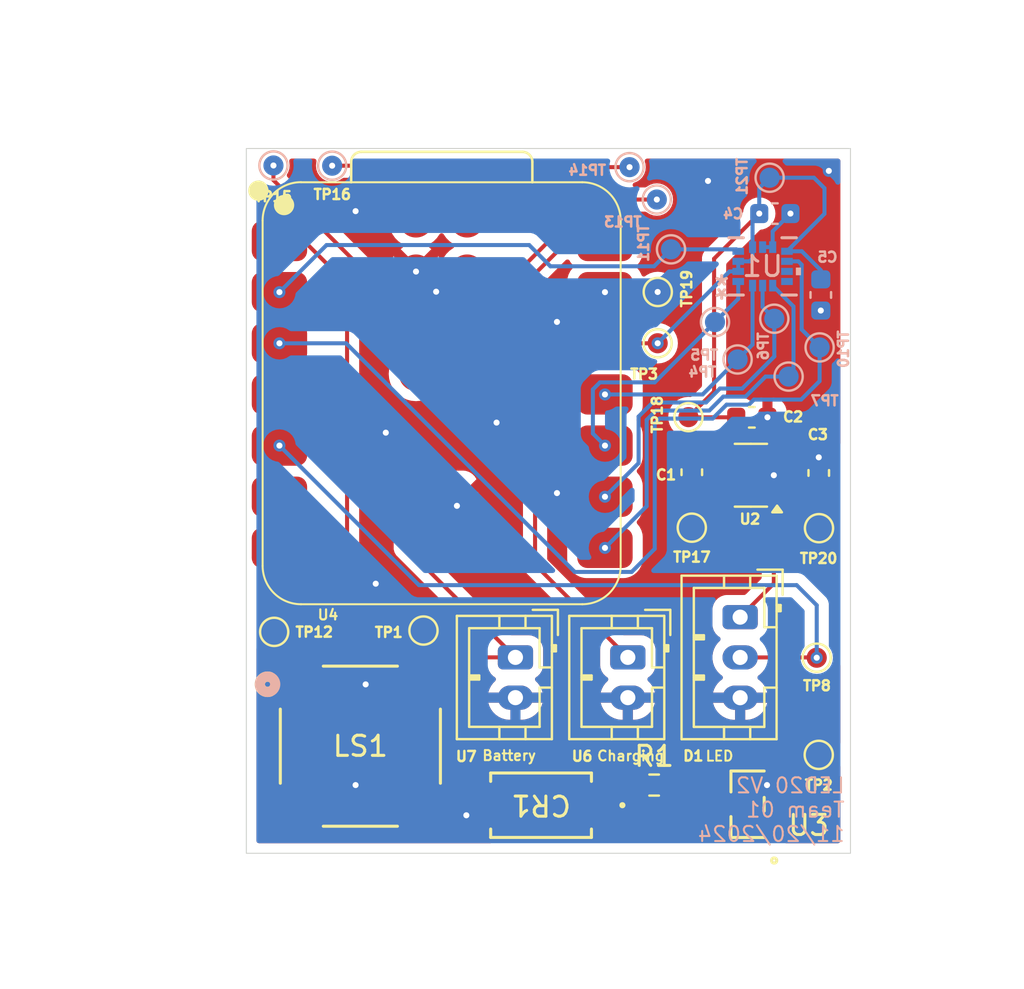
<source format=kicad_pcb>
(kicad_pcb (version 20240108) (generator "pcbnew") (generator_version "8.0")
  (title_block (title "LED20 Updated Schematic") (date "2024-11-12") (rev "2") (company "Team 01") (comment 1 "PCB Layout of LED20 "))
  (layers (0 "F.Cu" signal) (31 "B.Cu" signal) (34 "B.Paste" user) (35 "F.Paste" user) (36 "B.SilkS" user "B.Silkscreen") (37 "F.SilkS" user "F.Silkscreen") (38 "B.Mask" user) (39 "F.Mask" user) (44 "Edge.Cuts" user))
  (net 0 "")
  (net 1 "Net-(U2-C+)")
  (net 2 "Net-(U2-C-)")
  (net 3 "GND")
  (net 4 "3.3V")
  (net 5 "+5V")
  (net 6 "3.3V Data (D4)")
  (net 7 "VBATT")
  (net 8 "Net-(U1-SDA)")
  (net 9 "Net-(U1-SDO{slash}SA0)")
  (net 10 "Net-(U1-SCL)")
  (net 11 "Net-(U1-CS)")
  (net 12 "Net-(U1-INT2)")
  (net 13 "Net-(U1-INT1)")
  (net 14 "unconnected-(TP13-Pad1)")
  (net 15 "unconnected-(TP14-Pad1)")
  (net 16 "unconnected-(TP15-Pad1)")
  (net 17 "unconnected-(TP16-Pad1)")
  (net 21 "+5V IN")
  (net 24 "Net-(U4-LP_GPIO0{slash}GPIO0{slash}A0{slash}D0)")
  (net 25 "Net-(U3-COLLECTOR)")
  (net 26 "Net-(CR1-Pad1)")
  (net 27 "Net-(U3-BASE)")
  (footprint "TestPoint:TestPoint_Pad_D1.0mm" (layer "F.Cu") (at 160.6375 93.45 -90)
    (property "Reference" "TP2" (at 1.5 0 180) (layer "F.SilkS") (effects (font (size 0.5 0.5) (thickness 0.125))))
    (property "Value" "~")
    (pad "1" smd circle (at 0 0 270) (size 1 1) (layers "F.Cu" "F.Mask") (net 3 "GND"))
  )
  (footprint "Led20:ChargePump" (layer "F.Cu") (at 157.268761 79.56416 180)
    (property "Reference" "U2" (at 0.048197 -2.179258 0) (layer "F.SilkS") (effects (font (size 0.5 0.5) (thickness 0.125))))
    (property "Value" "~")
    (pad "1" smd roundrect (at -1.1375 -0.95 180) (size 1.325 0.6) (layers "F.Cu" "F.Paste" "F.Mask") (net 5 "+5V"))
    (pad "2" smd roundrect (at -1.1375 0 180) (size 1.325 0.6) (layers "F.Cu" "F.Paste" "F.Mask") (net 3 "GND"))
    (pad "3" smd roundrect (at -1.1375 0.95 180) (size 1.325 0.6) (layers "F.Cu" "F.Paste" "F.Mask") (net 5 "+5V"))
    (pad "4" smd roundrect (at 1.1375 0.95 180) (size 1.325 0.6) (layers "F.Cu" "F.Paste" "F.Mask") (net 2 "Net-(U2-C-)"))
    (pad "5" smd roundrect (at 1.1375 0 180) (size 1.325 0.6) (layers "F.Cu" "F.Paste" "F.Mask") (net 4 "3.3V"))
    (pad "6" smd roundrect (at 1.1375 -0.95 180) (size 1.325 0.6) (layers "F.Cu" "F.Paste" "F.Mask") (net 1 "Net-(U2-C+)"))
  )
  (footprint "Connector_JST:JST_PH_B2B-PH-K_1x02_P2.00mm_Vertical" (layer "F.Cu") (at 151.155921 88.608331 -90)
    (property "Reference" "U6" (at 4.911581 2.267942 180) (layer "F.SilkS") (effects (font (size 0.5 0.5) (thickness 0.125))))
    (property "Value" "B2B-PH-K-S")
    (pad "1" thru_hole roundrect (at 0 0 270) (size 1.2 1.75) (drill 0.75) (layers "*.Cu" "*.Mask") (roundrect_rratio 0.208333) (net 21 "+5V IN"))
    (pad "2" thru_hole oval (at 2 0 270) (size 1.2 1.75) (drill 0.75) (layers "*.Cu" "*.Mask") (net 3 "GND"))
  )
  (footprint "Connector_JST:JST_PH_B3B-PH-K_1x03_P2.00mm_Vertical" (layer "F.Cu") (at 156.733847 86.611446 -90)
    (property "Reference" "D1" (at 6.893255 2.327503 0) (layer "F.SilkS") (effects (font (size 0.5 0.5) (thickness 0.125))))
    (property "Value" "SK6812MINI")
    (pad "1" thru_hole roundrect (at 0 0 270) (size 1.2 1.75) (drill 0.75) (layers "*.Cu" "*.Mask") (roundrect_rratio 0.208333) (net 5 "+5V"))
    (pad "2" thru_hole oval (at 2 0 270) (size 1.2 1.75) (drill 0.75) (layers "*.Cu" "*.Mask") (net 6 "3.3V Data (D4)"))
    (pad "3" thru_hole oval (at 4 0 270) (size 1.2 1.75) (drill 0.75) (layers "*.Cu" "*.Mask") (net 3 "GND"))
  )
  (footprint "Capacitor_SMD:C_0603_1608Metric" (layer "F.Cu") (at 160.6375 79.45 -90)
    (property "Reference" "C3" (at -1.903419 0.044805 0) (layer "F.SilkS") (effects (font (size 0.5 0.5) (thickness 0.125))))
    (property "Value" "10u")
    (pad "1" smd roundrect (at -0.775 0 270) (size 0.9 0.95) (layers "F.Cu" "F.Paste" "F.Mask") (net 3 "GND"))
    (pad "2" smd roundrect (at 0.775 0 270) (size 0.9 0.95) (layers "F.Cu" "F.Paste" "F.Mask") (net 5 "+5V"))
  )
  (footprint "TestPoint:TestPoint_Pad_D1.0mm" (layer "F.Cu") (at 160.536654 88.625189)
    (property "Reference" "TP8" (at 0.012265 1.392674 0) (layer "F.SilkS") (effects (font (size 0.5 0.5) (thickness 0.125))))
    (property "Value" "~")
    (pad "1" smd circle (at 0 0) (size 1 1) (layers "F.Cu" "F.Mask") (net 6 "3.3V Data (D4)"))
  )
  (footprint "Footprints:SMA_403AE_OSI" (layer "F.Cu") (at 146.8473 95.95 180)
    (property "Reference" "CR1" (at 0 0 180) (layer "F.SilkS"))
    (property "Value" "S1B")
    (pad "1" smd rect (at -2.2098 0 180) (size 1.8796 1.7018) (layers "F.Cu" "F.Paste" "F.Mask") (net 26 "Net-(CR1-Pad1)"))
    (pad "2" smd rect (at 2.2098 0 180) (size 1.8796 1.7018) (layers "F.Cu" "F.Paste" "F.Mask") (net 25 "Net-(U3-COLLECTOR)"))
    (zone (net 0) (net_name "") (layer "F.Cu") (connect_pads (clearance 0)) (min_thickness 0.254)
      (keepout (tracks not_allowed) (vias not_allowed) (pads allowed) (copperpour not_allowed) (footprints allowed))
      (fill (thermal_gap 0.508) (thermal_bridge_width 0.508))
      (polygon (pts (xy 148.0665 97.3724) (xy 145.6281 97.3724) (xy 145.6281 94.5276) (xy 148.0665 94.5276)))
    )
  )
  (footprint "Led20:XIAO-ESP32-C6-SMD" (layer "F.Cu") (at 142.1375 75.53)
    (property "Reference" "U4" (at -6.44196 11.261619 0) (layer "F.SilkS") (effects (font (size 0.5 0.5) (thickness 0.10668)) (justify left bottom)))
    (property "Value" "~")
    (pad "1" smd roundrect (at -8.2816 -7.5985) (size 2.75 2) (layers "F.Cu" "F.Paste" "F.Mask") (net 24 "Net-(U4-LP_GPIO0{slash}GPIO0{slash}A0{slash}D0)"))
    (pad "2" smd roundrect (at -8.2816 -5.0585) (size 2.75 2) (layers "F.Cu" "F.Paste" "F.Mask") (net 13 "Net-(U1-INT1)"))
    (pad "3" smd roundrect (at -8.2816 -2.5185) (size 2.75 2) (layers "F.Cu" "F.Paste" "F.Mask") (net 12 "Net-(U1-INT2)"))
    (pad "4" smd roundrect (at -8.2816 0.0215) (size 2.75 2) (layers "F.Cu" "F.Paste" "F.Mask"))
    (pad "5" smd roundrect (at -8.2816 2.5615) (size 2.75 2) (layers "F.Cu" "F.Paste" "F.Mask") (net 6 "3.3V Data (D4)"))
    (pad "6" smd roundrect (at -8.2816 5.1015) (size 2.75 2) (layers "F.Cu" "F.Paste" "F.Mask"))
    (pad "7" smd roundrect (at -8.2816 7.6415) (size 2.75 2) (layers "F.Cu" "F.Paste" "F.Mask"))
    (pad "8" smd roundrect (at 7.8834 7.6415) (size 2.75 2) (layers "F.Cu" "F.Paste" "F.Mask") (net 11 "Net-(U1-CS)"))
    (pad "9" smd roundrect (at 7.8834 5.1015) (size 2.75 2) (layers "F.Cu" "F.Paste" "F.Mask") (net 10 "Net-(U1-SCL)"))
    (pad "10" smd roundrect (at 7.8834 2.5615) (size 2.75 2) (layers "F.Cu" "F.Paste" "F.Mask") (net 9 "Net-(U1-SDO{slash}SA0)"))
    (pad "11" smd roundrect (at 7.8834 0.0215) (size 2.75 2) (layers "F.Cu" "F.Paste" "F.Mask") (net 8 "Net-(U1-SDA)"))
    (pad "12" smd roundrect (at 7.8834 -2.5185) (size 2.75 2) (layers "F.Cu" "F.Paste" "F.Mask") (net 4 "3.3V"))
    (pad "13" smd roundrect (at 7.8834 -5.0585) (size 2.75 2) (layers "F.Cu" "F.Paste" "F.Mask") (net 3 "GND"))
    (pad "14" smd roundrect (at 7.8834 -7.5985) (size 2.75 2) (layers "F.Cu" "F.Paste" "F.Mask") (net 21 "+5V IN"))
    (pad "15" smd roundrect (at -2.008 5.5532 270) (size 2.5 1.1) (layers "F.Cu" "F.Paste" "F.Mask") (net 7 "VBATT"))
    (pad "16" smd roundrect (at 0.532 5.5532 270) (size 2.5 1.1) (layers "F.Cu" "F.Paste" "F.Mask") (net 3 "GND"))
    (pad "17" smd circle (at -1.5 -8.62) (size 1.7 1.7) (layers "F.Cu" "F.Paste" "F.Mask") (net 17 "unconnected-(TP16-Pad1)"))
    (pad "18" smd circle (at 1.04 -8.62) (size 1.7 1.7) (layers "F.Cu" "F.Paste" "F.Mask") (net 15 "unconnected-(TP14-Pad1)"))
    (pad "19" smd circle (at -1.5 -6.08) (size 1.7 1.7) (layers "F.Cu" "F.Paste" "F.Mask") (net 3 "GND"))
    (pad "20" smd circle (at 1.04 -6.08) (size 1.7 1.7) (layers "F.Cu" "F.Paste" "F.Mask"))
    (pad "21" smd circle (at -1.5 -3.54) (size 1.7 1.7) (layers "F.Cu" "F.Paste" "F.Mask") (net 16 "unconnected-(TP15-Pad1)"))
    (pad "22" smd circle (at 1.04 -3.54) (size 1.7 1.7) (layers "F.Cu" "F.Paste" "F.Mask") (net 14 "unconnected-(TP13-Pad1)"))
    (pad "23" smd circle (at -1.5 -1) (size 1.7 1.7) (layers "F.Cu" "F.Paste" "F.Mask"))
    (pad "24" smd circle (at 0.9474 -1.0568) (size 1.7 1.7) (layers "F.Cu" "F.Paste" "F.Mask"))
  )
  (footprint "TestPoint:TestPoint_Pad_D1.0mm" (layer "F.Cu") (at 154.166059 76.678665 180)
    (property "Reference" "TP18" (at 1.54972 0.123129 -90) (layer "F.SilkS") (effects (font (size 0.5 0.5) (thickness 0.125))))
    (property "Value" "~")
    (pad "1" smd circle (at 0 0 180) (size 1 1) (layers "F.Cu" "F.Mask") (net 4 "3.3V"))
  )
  (footprint "Capacitor_SMD:C_0603_1608Metric" (layer "F.Cu") (at 154.333037 79.414265 90)
    (property "Reference" "C1" (at -0.134148 -1.277947 180) (layer "F.SilkS") (effects (font (size 0.5 0.5) (thickness 0.125))))
    (property "Value" "1u")
    (pad "1" smd roundrect (at -0.775 0 90) (size 0.9 0.95) (layers "F.Cu" "F.Paste" "F.Mask") (net 1 "Net-(U2-C+)"))
    (pad "2" smd roundrect (at 0.775 0 90) (size 0.9 0.95) (layers "F.Cu" "F.Paste" "F.Mask") (net 2 "Net-(U2-C-)"))
  )
  (footprint "TestPoint:TestPoint_Pad_D1.0mm" (layer "F.Cu") (at 141.008275 87.276212 180)
    (property "Reference" "TP1" (at 1.722719 -0.091634 180) (layer "F.SilkS") (effects (font (size 0.5 0.5) (thickness 0.125))))
    (property "Value" "~")
    (pad "1" smd circle (at 0 0 180) (size 1 1) (layers "F.Cu" "F.Mask") (net 7 "VBATT"))
  )
  (footprint "Capacitor_SMD:C_0603_1608Metric" (layer "F.Cu") (at 157.314568 76.686639)
    (property "Reference" "C2" (at 2.050231 -0.019744 0) (layer "F.SilkS") (effects (font (size 0.5 0.5) (thickness 0.125))))
    (property "Value" "10u")
    (pad "1" smd roundrect (at -0.775 0) (size 0.9 0.95) (layers "F.Cu" "F.Paste" "F.Mask") (net 4 "3.3V"))
    (pad "2" smd roundrect (at 0.775 0) (size 0.9 0.95) (layers "F.Cu" "F.Paste" "F.Mask") (net 3 "GND"))
  )
  (footprint "TestPoint:TestPoint_Pad_D1.0mm" (layer "F.Cu") (at 154.333075 82.169007 180)
    (property "Reference" "TP17" (at -0.00489 -1.460173 0) (layer "F.SilkS") (effects (font (size 0.5 0.5) (thickness 0.125))))
    (property "Value" "~")
    (pad "1" smd circle (at 0 0 180) (size 1 1) (layers "F.Cu" "F.Mask") (net 1 "Net-(U2-C+)"))
  )
  (footprint "TestPoint:TestPoint_Pad_D1.0mm" (layer "F.Cu") (at 160.649673 82.192994 180)
    (property "Reference" "TP20" (at 0.018327 -1.502797 0) (layer "F.SilkS") (effects (font (size 0.5 0.5) (thickness 0.125))))
    (property "Value" "~")
    (pad "1" smd circle (at 0 0 180) (size 1 1) (layers "F.Cu" "F.Mask") (net 5 "+5V"))
  )
  (footprint "TestPoint:TestPoint_Pad_D1.0mm" (layer "F.Cu") (at 152.63835 73.009731)
    (property "Reference" "TP3" (at -0.673172 1.533258 0) (layer "F.SilkS") (effects (font (size 0.5 0.5) (thickness 0.125))))
    (property "Value" "~")
    (pad "1" smd circle (at 0 0) (size 1 1) (layers "F.Cu" "F.Mask") (net 4 "3.3V"))
  )
  (footprint "TestPoint:TestPoint_Pad_D1.0mm" (layer "F.Cu") (at 152.643559 70.463206)
    (property "Reference" "TP19" (at 1.436001 -0.164977 90) (layer "F.SilkS") (effects (font (size 0.5 0.5) (thickness 0.125))))
    (property "Value" "~")
    (pad "1" smd circle (at 0 0) (size 1 1) (layers "F.Cu" "F.Mask") (net 3 "GND"))
  )
  (footprint "TestPoint:TestPoint_Pad_D1.0mm" (layer "F.Cu") (at 133.594062 87.34175)
    (property "Reference" "TP12" (at 1.991518 0.011891 0) (layer "F.SilkS") (effects (font (size 0.5 0.5) (thickness 0.125))))
    (property "Value" "~")
    (pad "1" smd circle (at 0 0) (size 1 1) (layers "F.Cu" "F.Mask") (net 24 "Net-(U4-LP_GPIO0{slash}GPIO0{slash}A0{slash}D0)"))
  )
  (footprint "Led20:CMT-7525-80-SMT-TR_CUD" (layer "F.Cu") (at 137.874055 93.018829)
    (property "Reference" "LS1" (at 0 0 0) (layer "F.SilkS"))
    (property "Value" "CMT-7525-80-SMT-TR")
    (pad "1" smd rect (at -3.075 -3.075) (size 1.8034 1.8034) (layers "F.Cu" "F.Paste" "F.Mask") (net 26 "Net-(CR1-Pad1)"))
    (pad "2" smd rect (at -3.075 3.075) (size 1.8034 1.8034) (layers "F.Cu" "F.Paste" "F.Mask") (net 25 "Net-(U3-COLLECTOR)"))
    (pad "3" smd rect (at 3.075 -3.075) (size 1.8034 1.8034) (layers "F.Cu" "F.Paste" "F.Mask"))
    (pad "4" smd rect (at 3.075 3.075) (size 1.8034 1.8034) (layers "F.Cu" "F.Paste" "F.Mask"))
  )
  (footprint "Connector_JST:JST_PH_B2B-PH-K_1x02_P2.00mm_Vertical" (layer "F.Cu") (at 145.575412 88.608331 -90)
    (property "Reference" "U7" (at 4.921934 2.442242 180) (layer "F.SilkS") (effects (font (size 0.5 0.5) (thickness 0.125))))
    (property "Value" "B2B-PH-K-S")
    (pad "1" thru_hole roundrect (at 0 0 270) (size 1.2 1.75) (drill 0.75) (layers "*.Cu" "*.Mask") (roundrect_rratio 0.208333) (net 7 "VBATT"))
    (pad "2" thru_hole oval (at 2 0 270) (size 1.2 1.75) (drill 0.75) (layers "*.Cu" "*.Mask") (net 3 "GND"))
  )
  (footprint "Resistor_SMD:R_0603_1608Metric" (layer "F.Cu") (at 152.4625 94.95)
    (property "Reference" "R1" (at 0 -1.43 360) (layer "F.SilkS"))
    (property "Value" "180")
    (pad "1" smd roundrect (at -0.825 0) (size 0.8 0.95) (layers "F.Cu" "F.Paste" "F.Mask") (net 24 "Net-(U4-LP_GPIO0{slash}GPIO0{slash}A0{slash}D0)"))
    (pad "2" smd roundrect (at 0.825 0) (size 0.8 0.95) (layers "F.Cu" "F.Paste" "F.Mask") (net 27 "Net-(U3-BASE)"))
  )
  (footprint "Footprints:SOT-23_ONS" (layer "F.Cu") (at 157.1027 95.9025 90)
    (property "Reference" "U3" (at -1.0475 3.0348 0) (layer "F.SilkS"))
    (property "Value" "MMBT4401LT1G")
    (pad "1" smd rect (at -0.9525 0.9652 90) (size 0.5588 1.4224) (layers "F.Cu" "F.Paste" "F.Mask") (net 27 "Net-(U3-BASE)"))
    (pad "2" smd rect (at 0.9525 0.9652 90) (size 0.5588 1.4224) (layers "F.Cu" "F.Paste" "F.Mask") (net 3 "GND"))
    (pad "3" smd rect (at 0 -0.9652 90) (size 0.5588 1.4224) (layers "F.Cu" "F.Paste" "F.Mask") (net 25 "Net-(U3-COLLECTOR)"))
  )
  (footprint "TestPoint:TestPoint_Pad_D1.0mm" (layer "B.Cu") (at 160.680206 73.216858 90)
    (property "Reference" "TP10" (at -0.086966 1.182134 -90) (layer "B.SilkS") (effects (font (size 0.5 0.5) (thickness 0.125) (bold yes)) (justify mirror)))
    (property "Value" "~")
    (pad "1" smd circle (at 0 0 90) (size 1 1) (layers "B.Cu" "B.Mask") (net 12 "Net-(U1-INT2)"))
  )
  (footprint "TestPoint:TestPoint_Pad_D1.0mm" (layer "B.Cu") (at 158.197657 64.789736 90)
    (property "Reference" "TP21" (at 0.059732 -1.366591 90) (layer "B.SilkS") (effects (font (size 0.5 0.5) (thickness 0.125) (bold yes)) (justify mirror)))
    (property "Value" "~")
    (pad "1" smd circle (at 0 0 90) (size 1 1) (layers "B.Cu" "B.Mask") (net 4 "3.3V"))
  )
  (footprint "TestPoint:TestPoint_Pad_D1.0mm" (layer "B.Cu") (at 133.558215 64.181695)
    (property "Reference" "TP15" (at -0.006781 1.547978 0) (layer "F.SilkS") (effects (font (size 0.5 0.5) (thickness 0.125))))
    (property "Value" "~")
    (pad "1" smd circle (at 0 0) (size 1 1) (layers "B.Cu" "B.Mask") (net 16 "unconnected-(TP15-Pad1)"))
  )
  (footprint "TestPoint:TestPoint_Pad_D1.0mm" (layer "B.Cu") (at 136.473277 64.192789)
    (property "Reference" "TP16" (at 0.007435 1.428574 0) (layer "F.SilkS") (effects (font (size 0.5 0.5) (thickness 0.125))))
    (property "Value" "~")
    (pad "1" smd circle (at 0 0) (size 1 1) (layers "B.Cu" "B.Mask") (net 17 "unconnected-(TP16-Pad1)"))
  )
  (footprint "Capacitor_SMD:C_0603_1608Metric" (layer "B.Cu") (at 160.738972 70.610715 90)
    (property "Reference" "C5" (at 1.876373 0.329206 180) (layer "B.SilkS") (effects (font (size 0.5 0.5) (thickness 0.125)) (justify mirror)))
    (property "Value" "100n")
    (pad "1" smd roundrect (at -0.775 0 90) (size 0.9 0.95) (layers "B.Cu" "B.Paste" "B.Mask") (net 3 "GND"))
    (pad "2" smd roundrect (at 0.775 0 90) (size 0.9 0.95) (layers "B.Cu" "B.Paste" "B.Mask") (net 4 "3.3V"))
  )
  (footprint "Led20:LGA-14L_2P5X3X0P83_STM-L" (layer "B.Cu") (at 157.849653 69.192352)
    (property "Reference" "U1" (at 0 0 0) (layer "B.SilkS") (effects (justify mirror)))
    (property "Value" "~")
    (fp_text user "*" (at -2.032 1 0) (layer "B.SilkS") (effects (justify mirror)))
    (fp_text user "*" (at -2.032 1.0437 180) (layer "B.SilkS") (effects (justify mirror)))
    (pad "1" smd rect (at -1.2103 0.750001 270) (size 0.351536 0.57658) (layers "B.Cu" "B.Paste" "B.Mask") (net 9 "Net-(U1-SDO{slash}SA0)"))
    (pad "2" smd rect (at -1.2103 0.25 270) (size 0.351536 0.57658) (layers "B.Cu" "B.Paste" "B.Mask") (net 4 "3.3V"))
    (pad "3" smd rect (at -1.2103 -0.25 270) (size 0.351536 0.57658) (layers "B.Cu" "B.Paste" "B.Mask") (net 4 "3.3V"))
    (pad "4" smd rect (at -1.2103 -0.750001 270) (size 0.351536 0.57658) (layers "B.Cu" "B.Paste" "B.Mask") (net 13 "Net-(U1-INT1)"))
    (pad "5" smd rect (at -0.499999 -0.9563) (size 0.351536 0.57658) (layers "B.Cu" "B.Paste" "B.Mask") (net 4 "3.3V"))
    (pad "6" smd rect (at 0 -0.9563) (size 0.351536 0.57658) (layers "B.Cu" "B.Paste" "B.Mask") (net 3 "GND"))
    (pad "7" smd rect (at 0.499999 -0.9563) (size 0.351536 0.57658) (layers "B.Cu" "B.Paste" "B.Mask") (net 3 "GND"))
    (pad "8" smd rect (at 1.2103 -0.750001 270) (size 0.351536 0.57658) (layers "B.Cu" "B.Paste" "B.Mask") (net 4 "3.3V"))
    (pad "9" smd rect (at 1.2103 -0.25 270) (size 0.351536 0.57658) (layers "B.Cu" "B.Paste" "B.Mask") (net 12 "Net-(U1-INT2)"))
    (pad "10" smd rect (at 1.2103 0.25 270) (size 0.351536 0.57658) (layers "B.Cu" "B.Paste" "B.Mask"))
    (pad "11" smd rect (at 1.2103 0.750001 270) (size 0.351536 0.57658) (layers "B.Cu" "B.Paste" "B.Mask"))
    (pad "12" smd rect (at 0.499999 0.9563) (size 0.351536 0.57658) (layers "B.Cu" "B.Paste" "B.Mask") (net 11 "Net-(U1-CS)"))
    (pad "13" smd rect (at 0 0.9563) (size 0.351536 0.57658) (layers "B.Cu" "B.Paste" "B.Mask") (net 10 "Net-(U1-SCL)"))
    (pad "14" smd rect (at -0.499999 0.9563) (size 0.351536 0.57658) (layers "B.Cu" "B.Paste" "B.Mask") (net 8 "Net-(U1-SDA)"))
  )
  (footprint "TestPoint:TestPoint_Pad_D1.0mm" (layer "B.Cu") (at 159.140756 74.664675 -90)
    (property "Reference" "TP7" (at 1.203628 -1.789971 180) (layer "B.SilkS") (effects (font (size 0.5 0.5) (thickness 0.125) (bold yes)) (justify mirror)))
    (property "Value" "~")
    (pad "1" smd circle (at 0 0 270) (size 1 1) (layers "B.Cu" "B.Mask") (net 11 "Net-(U1-CS)"))
  )
  (footprint "TestPoint:TestPoint_Pad_D1.0mm" (layer "B.Cu") (at 152.5961 65.872827 180)
    (property "Reference" "TP13" (at 1.691163 -1.114361 0) (layer "B.SilkS") (effects (font (size 0.5 0.5) (thickness 0.125)) (justify mirror)))
    (property "Value" "~")
    (pad "1" smd circle (at 0 0 180) (size 1 1) (layers "B.Cu" "B.Mask") (net 14 "unconnected-(TP13-Pad1)"))
  )
  (footprint "TestPoint:TestPoint_Pad_D1.0mm" (layer "B.Cu") (at 151.241689 64.264802 180)
    (property "Reference" "TP14" (at 2.100344 -0.153276 0) (layer "B.SilkS") (effects (font (size 0.5 0.5) (thickness 0.125)) (justify mirror)))
    (property "Value" "~")
    (pad "1" smd circle (at 0 0 180) (size 1 1) (layers "B.Cu" "B.Mask") (net 15 "unconnected-(TP14-Pad1)"))
  )
  (footprint "TestPoint:TestPoint_Pad_D1.0mm" (layer "B.Cu") (at 156.608313 73.814663 -90)
    (property "Reference" "TP4" (at 0.625422 1.74681 180) (layer "B.SilkS") (effects (font (size 0.5 0.5) (thickness 0.125) (bold yes)) (justify mirror)))
    (property "Value" "~")
    (pad "1" smd circle (at 0 0 270) (size 1 1) (layers "B.Cu" "B.Mask") (net 8 "Net-(U1-SDA)"))
  )
  (footprint "TestPoint:TestPoint_Pad_D1.0mm" (layer "B.Cu") (at 158.430138 71.791608 -90)
    (property "Reference" "TP6" (at 1.369929 0.546241 90) (layer "B.SilkS") (effects (font (size 0.5 0.5) (thickness 0.125) (bold yes)) (justify mirror)))
    (property "Value" "~")
    (pad "1" smd circle (at 0 0 270) (size 1 1) (layers "B.Cu" "B.Mask") (net 10 "Net-(U1-SCL)"))
  )
  (footprint "TestPoint:TestPoint_Pad_D1.0mm" (layer "B.Cu") (at 153.301137 68.346097 -90)
    (property "Reference" "TP11" (at -0.309446 1.362758 90) (layer "B.SilkS") (effects (font (size 0.5 0.5) (thickness 0.125) (bold yes)) (justify mirror)))
    (property "Value" "~")
    (pad "1" smd circle (at 0 0 270) (size 1 1) (layers "B.Cu" "B.Mask") (net 13 "Net-(U1-INT1)"))
  )
  (footprint "TestPoint:TestPoint_Pad_D1.0mm" (layer "B.Cu") (at 155.484764 71.9583 -90)
    (property "Reference" "TP5" (at 1.638752 0.537736 180) (layer "B.SilkS") (effects (font (size 0.5 0.5) (thickness 0.125) (bold yes)) (justify mirror)))
    (property "Value" "~")
    (pad "1" smd circle (at 0 0 270) (size 1 1) (layers "B.Cu" "B.Mask") (net 9 "Net-(U1-SDO{slash}SA0)"))
  )
  (footprint "Capacitor_SMD:C_0603_1608Metric" (layer "B.Cu") (at 158.4571 66.569471 180)
    (property "Reference" "C4" (at 2.068364 -0.014527 0) (layer "B.SilkS") (effects (font (size 0.5 0.5) (thickness 0.125) (bold yes)) (justify mirror)))
    (property "Value" "100n")
    (pad "1" smd roundrect (at -0.775 0 180) (size 0.9 0.95) (layers "B.Cu" "B.Paste" "B.Mask") (net 3 "GND"))
    (pad "2" smd roundrect (at 0.775 0 180) (size 0.9 0.95) (layers "B.Cu" "B.Paste" "B.Mask") (net 4 "3.3V"))
  )
  (gr_rect (start 132.212322 63.338382) (end 162.212322 98.338382) (stroke (width 0.05)) (fill none) (layer "Edge.Cuts"))
  (gr_text "LED20 V2\nTeam 01\n11/20/2024" (at 161.985531 97.825183 0) (layer "B.SilkS") (effects (font (size 0.75 0.75) (thickness 0.1)) (justify left bottom mirror)))
  (gr_text "LED\n" (at 154.964936 93.802967 0) (layer "F.SilkS") (effects (font (size 0.5 0.5) (thickness 0.1)) (justify left bottom)))
  (gr_text "Battery\n" (at 143.875406 93.777677 0) (layer "F.SilkS") (effects (font (size 0.5 0.5) (thickness 0.1)) (justify left bottom)))
  (gr_text "Charging\n" (at 149.575234 93.794814 0) (layer "F.SilkS") (effects (font (size 0.5 0.5) (thickness 0.1)) (justify left bottom)))
  (segment (start 154.348199 80.204427) (end 154.333037 80.189265) (width 0.2) (layer "F.Cu") (net 1))
  (segment (start 154.333037 82.168969) (end 154.333075 82.169007) (width 0.2) (layer "F.Cu") (net 1))
  (segment (start 154.333037 80.189265) (end 154.657932 80.51416) (width 0.2) (layer "F.Cu") (net 1))
  (segment (start 154.333037 80.189265) (end 154.333037 82.168969) (width 0.2) (layer "F.Cu") (net 1))
  (segment (start 154.657932 80.51416) (end 156.131261 80.51416) (width 0.2) (layer "F.Cu") (net 1))
  (segment (start 154.571604 78.626906) (end 154.559245 78.639265) (width 0.2) (layer "F.Cu") (net 2))
  (segment (start 154.333037 78.639265) (end 154.559245 78.639265) (width 0.2) (layer "F.Cu") (net 2))
  (segment (start 154.333037 78.639265) (end 156.106156 78.639265) (width 0.2) (layer "F.Cu") (net 2))
  (segment (start 154.335742 78.63656) (end 154.333037 78.639265) (width 0.2) (layer "F.Cu") (net 2))
  (segment (start 156.106156 78.639265) (end 156.131261 78.61416) (width 0.2) (layer "F.Cu") (net 2))
  (segment (start 158.0679 94.95) (end 159.1375 94.95) (width 0.2) (layer "F.Cu") (net 3))
  (segment (start 150.0209 70.4715) (end 152.635265 70.4715) (width 0.2) (layer "F.Cu") (net 3))
  (segment (start 152.635265 70.4715) (end 152.643559 70.463206) (width 0.2) (layer "F.Cu") (net 3))
  (segment (start 159.1375 94.95) (end 160.6375 93.45) (width 0.2) (layer "F.Cu") (net 3))
  (via (at 160.6375 78.675) (size 0.6) (drill 0.3) (layers "F.Cu" "B.Cu") (net 3))
  (via (at 161.1375 64.45) (size 0.6) (drill 0.3) (layers "F.Cu" "B.Cu") (net 3))
  (via (at 155.1375 64.95) (size 0.6) (drill 0.3) (layers "F.Cu" "B.Cu") (net 3))
  (via (at 140.6375 69.45) (size 0.6) (drill 0.3) (layers "F.Cu" "B.Cu") (net 3))
  (via (at 147.6375 80.45) (size 0.6) (drill 0.3) (layers "F.Cu" "B.Cu") (net 3))
  (via (at 150.0209 70.4715) (size 0.6) (drill 0.3) (layers "F.Cu" "B.Cu") (net 3))
  (via (at 137.6375 66.45) (size 0.6) (drill 0.3) (layers "F.Cu" "B.Cu") (net 3))
  (via (at 152.6375 70.463206) (size 0.6) (drill 0.3) (layers "F.Cu" "B.Cu") (net 3))
  (via (at 138.1375 89.95) (size 0.6) (drill 0.3) (layers "F.Cu" "B.Cu") (net 3))
  (via (at 147.6375 71.95) (size 0.6) (drill 0.3) (layers "F.Cu" "B.Cu") (net 3))
  (via (at 158.406261 79.56416) (size 0.6) (drill 0.3) (layers "F.Cu" "B.Cu") (net 3))
  (via (at 160.738972 71.385715) (size 0.6) (drill 0.3) (layers "F.Cu" "B.Cu") (net 3))
  (via (at 139.1375 77.45) (size 0.6) (drill 0.3) (layers "F.Cu" "B.Cu") (net 3))
  (via (at 158.089568 76.686639) (size 0.6) (drill 0.3) (layers "F.Cu" "B.Cu") (net 3))
  (via (at 143.1375 96.45) (size 0.6) (drill 0.3) (layers "F.Cu" "B.Cu") (net 3))
  (via (at 137.6375 94.95) (size 0.6) (drill 0.3) (layers "F.Cu" "B.Cu") (net 3))
  (via (at 144.6375 76.95) (size 0.6) (drill 0.3) (layers "F.Cu" "B.Cu") (net 3))
  (via (at 142.6695 81.0832) (size 0.6) (drill 0.3) (layers "F.Cu" "B.Cu") (net 3))
  (via (at 141.6375 70.45) (size 0.6) (drill 0.3) (layers "F.Cu" "B.Cu") (net 3))
  (via (at 159.2321 66.569471) (size 0.6) (drill 0.3) (layers "F.Cu" "B.Cu") (net 3))
  (via (at 138.6375 84.95) (size 0.6) (drill 0.3) (layers "F.Cu" "B.Cu") (net 3))
  (via (at 158.0679 94.95) (size 0.6) (drill 0.3) (layers "F.Cu" "B.Cu") (net 3))
  (segment (start 157.849653 68.236052) (end 158.349652 68.236052) (width 0.2) (layer "B.Cu") (net 3))
  (segment (start 158.349652 68.236052) (end 158.349652 67.451919) (width 0.2) (layer "B.Cu") (net 3))
  (segment (start 158.349652 67.451919) (end 159.2321 66.569471) (width 0.2) (layer "B.Cu") (net 3))
  (segment (start 155.440326 75.404398) (end 155.440326 68.811245) (width 0.2) (layer "F.Cu") (net 4))
  (segment (start 156.539568 76.686639) (end 154.174033 76.686639) (width 0.2) (layer "F.Cu") (net 4))
  (segment (start 156.539568 76.686639) (end 157.098347 77.245418) (width 0.2) (layer "F.Cu") (net 4))
  (segment (start 150.0209 73.0115) (end 152.636581 73.0115) (width 0.2) (layer "F.Cu") (net 4))
  (segment (start 154.166059 76.678665) (end 155.440326 75.404398) (width 0.2) (layer "F.Cu") (net 4))
  (segment (start 156.539568 76.686639) (end 156.488099 76.738108) (width 0.2) (layer "F.Cu") (net 4))
  (segment (start 154.174033 76.686639) (end 154.166059 76.678665) (width 0.2) (layer "F.Cu") (net 4))
  (segment (start 152.636581 73.0115) (end 152.63835 73.009731) (width 0.2) (layer "F.Cu") (net 4))
  (segment (start 152.51935 73.128731) (end 152.63835 73.009731) (width 0.2) (layer "F.Cu") (net 4))
  (segment (start 157.098347 79.259573) (end 156.79376 79.56416) (width 0.2) (layer "F.Cu") (net 4))
  (segment (start 155.440326 68.811245) (end 157.6821 66.569471) (width 0.2) (layer "F.Cu") (net 4))
  (segment (start 157.098347 77.245418) (end 157.098347 79.259573) (width 0.2) (layer "F.Cu") (net 4))
  (segment (start 156.79376 79.56416) (end 156.131261 79.56416) (width 0.2) (layer "F.Cu") (net 4))
  (via (at 157.6821 66.569471) (size 0.6) (drill 0.3) (layers "F.Cu" "B.Cu") (net 4))
  (via (at 152.63835 73.009731) (size 0.6) (drill 0.3) (layers "F.Cu" "B.Cu") (net 4))
  (segment (start 157.6821 66.569471) (end 157.6821 65.305293) (width 0.2) (layer "B.Cu") (net 4))
  (segment (start 160.738972 69.385715) (end 160.738972 69.835715) (width 0.2) (layer "B.Cu") (net 4))
  (segment (start 157.349654 67.521938) (end 157.349654 66.901917) (width 0.2) (layer "B.Cu") (net 4))
  (segment (start 156.205729 69.442352) (end 152.63835 73.009731) (width 0.2) (layer "B.Cu") (net 4))
  (segment (start 157.349654 68.236052) (end 157.349654 68.800111) (width 0.2) (layer "B.Cu") (net 4))
  (segment (start 160.922017 65.312266) (end 160.399487 64.789736) (width 0.2) (layer "B.Cu") (net 4))
  (segment (start 160.399487 64.789736) (end 158.197657 64.789736) (width 0.2) (layer "B.Cu") (net 4))
  (segment (start 159.795608 68.442351) (end 160.738972 69.385715) (width 0.2) (layer "B.Cu") (net 4))
  (segment (start 156.639353 69.442352) (end 156.205729 69.442352) (width 0.2) (layer "B.Cu") (net 4))
  (segment (start 157.207413 68.942352) (end 156.639353 68.942352) (width 0.2) (layer "B.Cu") (net 4))
  (segment (start 157.349654 68.800111) (end 157.207413 68.942352) (width 0.2) (layer "B.Cu") (net 4))
  (segment (start 159.059953 68.442351) (end 160.922017 66.580287) (width 0.2) (layer "B.Cu") (net 4))
  (segment (start 157.6821 65.305293) (end 158.197657 64.789736) (width 0.2) (layer "B.Cu") (net 4))
  (segment (start 156.639353 68.942352) (end 156.639353 69.442352) (width 0.2) (layer "B.Cu") (net 4))
  (segment (start 157.349654 68.236052) (end 157.349654 67.521938) (width 0.2) (layer "B.Cu") (net 4))
  (segment (start 157.349654 66.901917) (end 157.6821 66.569471) (width 0.2) (layer "B.Cu") (net 4))
  (segment (start 160.922017 66.580287) (end 160.922017 65.312266) (width 0.2) (layer "B.Cu") (net 4))
  (segment (start 159.059953 68.442351) (end 159.795608 68.442351) (width 0.2) (layer "B.Cu") (net 4))
  (segment (start 158.406261 80.51416) (end 158.406261 84.939032) (width 0.2) (layer "F.Cu") (net 5))
  (segment (start 158.406261 78.61416) (end 159.06876 78.61416) (width 0.2) (layer "F.Cu") (net 5))
  (segment (start 159.368761 80.214159) (end 159.06876 80.51416) (width 0.2) (layer "F.Cu") (net 5))
  (segment (start 159.368761 78.914161) (end 159.368761 80.214159) (width 0.2) (layer "F.Cu") (net 5))
  (segment (start 160.354244 80.179654) (end 160.445218 80.08868) (width 0.2) (layer "F.Cu") (net 5))
  (segment (start 160.6375 80.225) (end 160.6375 82.180821) (width 0.2) (layer "F.Cu") (net 5))
  (segment (start 158.406261 84.939032) (end 156.733847 86.611446) (width 0.2) (layer "F.Cu") (net 5))
  (segment (start 159.06876 78.61416) (end 159.368761 78.914161) (width 0.2) (layer "F.Cu") (net 5))
  (segment (start 160.6375 82.180821) (end 160.649673 82.192994) (width 0.2) (layer "F.Cu") (net 5))
  (segment (start 158.490107 80.598006) (end 158.406261 80.51416) (width 0.2) (layer "F.Cu") (net 5))
  (segment (start 159.06876 80.51416) (end 158.406261 80.51416) (width 0.2) (layer "F.Cu") (net 5))
  (segment (start 160.34834 80.51416) (end 160.6375 80.225) (width 0.2) (layer "F.Cu") (net 5))
  (segment (start 158.406261 80.51416) (end 160.34834 80.51416) (width 0.2) (layer "F.Cu") (net 5))
  (segment (start 156.733847 88.611446) (end 160.522911 88.611446) (width 0.2) (layer "F.Cu") (net 6))
  (segment (start 160.522911 88.611446) (end 160.536654 88.625189) (width 0.2) (layer "F.Cu") (net 6))
  (via (at 133.8559 78.0915) (size 0.6) (drill 0.3) (layers "F.Cu" "B.Cu") (net 6))
  (via (at 160.536654 88.625189) (size 0.6) (drill 0.3) (layers "F.Cu" "B.Cu") (net 6))
  (segment (start 140.78592 85.02152) (end 159.53891 85.02152) (width 0.2) (layer "B.Cu") (net 6))
  (segment (start 159.53891 85.02152) (end 160.536654 86.019264) (width 0.2) (layer "B.Cu") (net 6))
  (segment (start 160.536654 86.019264) (end 160.536654 88.625189) (width 0.2) (layer "B.Cu") (net 6))
  (segment (start 133.8559 78.0915) (end 140.78592 85.02152) (width 0.2) (layer "B.Cu") (net 6))
  (segment (start 140.1295 81.0832) (end 140.1295 83.162419) (width 0.2) (layer "F.Cu") (net 7))
  (segment (start 141.008275 87.276212) (end 141.961268 87.276212) (width 0.2) (layer "F.Cu") (net 7))
  (segment (start 140.1295 83.162419) (end 145.575412 88.608331) (width 0.2) (layer "F.Cu") (net 7))
  (segment (start 141.961268 87.276212) (end 143.293387 88.608331) (width 0.2) (layer "F.Cu") (net 7))
  (segment (start 143.293387 88.608331) (end 145.575412 88.608331) (width 0.2) (layer "F.Cu") (net 7))
  (via (at 150.0209 75.5515) (size 0.6) (drill 0.3) (layers "F.Cu" "B.Cu") (net 8))
  (segment (start 157.349654 73.073322) (end 157.349654 70.148652) (width 0.2) (layer "B.Cu") (net 8))
  (segment (start 156.608313 73.814663) (end 157.349654 73.073322) (width 0.2) (layer "B.Cu") (net 8))
  (segment (start 150.0209 75.5515) (end 154.871476 75.5515) (width 0.2) (layer "B.Cu") (net 8))
  (segment (start 154.871476 75.5515) (end 156.608313 73.814663) (width 0.2) (layer "B.Cu") (net 8))
  (via (at 150.0209 78.0915) (size 0.6) (drill 0.3) (layers "F.Cu" "B.Cu") (net 9))
  (segment (start 156.639353 69.942353) (end 156.639353 70.803711) (width 0.2) (layer "B.Cu") (net 9))
  (segment (start 150.0209 78.0915) (end 149.4209 77.4915) (width 0.2) (layer "B.Cu") (net 9))
  (segment (start 149.4209 75.302971) (end 149.772371 74.9515) (width 0.2) (layer "B.Cu") (net 9))
  (segment (start 152.491564 74.9515) (end 155.484764 71.9583) (width 0.2) (layer "B.Cu") (net 9))
  (segment (start 149.772371 74.9515) (end 152.491564 74.9515) (width 0.2) (layer "B.Cu") (net 9))
  (segment (start 149.4209 77.4915) (end 149.4209 75.302971) (width 0.2) (layer "B.Cu") (net 9))
  (segment (start 156.639353 70.803711) (end 155.484764 71.9583) (width 0.2) (layer "B.Cu") (net 9))
  (via (at 150.0209 80.6315) (size 0.6) (drill 0.3) (layers "F.Cu" "B.Cu") (net 10))
  (segment (start 158.430138 71.791608) (end 157.849653 71.211123) (width 0.2) (layer "B.Cu") (net 10))
  (segment (start 155.729216 75.259446) (end 156.835706 75.259446) (width 0.2) (layer "B.Cu") (net 10))
  (segment (start 158.430138 73.665014) (end 158.430138 71.791608) (width 0.2) (layer "B.Cu") (net 10))
  (segment (start 155.037162 75.9515) (end 155.729216 75.259446) (width 0.2) (layer "B.Cu") (net 10))
  (segment (start 157.849653 71.211123) (end 157.849653 70.148652) (width 0.2) (layer "B.Cu") (net 10))
  (segment (start 150.0209 80.6315) (end 151.691985 78.960415) (width 0.2) (layer "B.Cu") (net 10))
  (segment (start 152.389713 75.9515) (end 155.037162 75.9515) (width 0.2) (layer "B.Cu") (net 10))
  (segment (start 156.835706 75.259446) (end 158.430138 73.665014) (width 0.2) (layer "B.Cu") (net 10))
  (segment (start 151.691985 78.960415) (end 151.691985 76.649228) (width 0.2) (layer "B.Cu") (net 10))
  (segment (start 151.691985 76.649228) (end 152.389713 75.9515) (width 0.2) (layer "B.Cu") (net 10))
  (via (at 150.0209 83.1715) (size 0.6) (drill 0.3) (layers "F.Cu" "B.Cu") (net 11))
  (segment (start 159.140756 74.664675) (end 157.996163 74.664675) (width 0.2) (layer "B.Cu") (net 11))
  (segment (start 152.091985 76.814914) (end 152.091985 81.100415) (width 0.2) (layer "B.Cu") (net 11))
  (segment (start 152.555399 76.3515) (end 152.091985 76.814914) (width 0.2) (layer "B.Cu") (net 11))
  (segment (start 157.001392 75.659446) (end 155.894902 75.659446) (width 0.2) (layer "B.Cu") (net 11))
  (segment (start 155.894902 75.659446) (end 155.202848 76.3515) (width 0.2) (layer "B.Cu") (net 11))
  (segment (start 159.383131 74.4223) (end 159.383131 71.182131) (width 0.2) (layer "B.Cu") (net 11))
  (segment (start 152.091985 81.100415) (end 150.0209 83.1715) (width 0.2) (layer "B.Cu") (net 11))
  (segment (start 159.140756 74.664675) (end 159.383131 74.4223) (width 0.2) (layer "B.Cu") (net 11))
  (segment (start 155.202848 76.3515) (end 152.555399 76.3515) (width 0.2) (layer "B.Cu") (net 11))
  (segment (start 157.996163 74.664675) (end 157.001392 75.659446) (width 0.2) (layer "B.Cu") (net 11))
  (segment (start 159.383131 71.182131) (end 158.349652 70.148652) (width 0.2) (layer "B.Cu") (net 11))
  (via (at 133.8559 73.0115) (size 0.6) (drill 0.3) (layers "F.Cu" "B.Cu") (net 12))
  (segment (start 133.8559 73.0115) (end 137.164831 73.0115) (width 0.2) (layer "B.Cu") (net 12))
  (segment (start 157.167078 76.059446) (end 157.419311 75.807213) (width 0.2) (layer "B.Cu") (net 12))
  (segment (start 137.164831 73.0115) (end 148.518904 84.365573) (width 0.2) (layer "B.Cu") (net 12))
  (segment (start 155.368534 76.7515) (end 156.060588 76.059446) (width 0.2) (layer "B.Cu") (net 12))
  (segment (start 157.419311 75.807213) (end 159.761886 75.807213) (width 0.2) (layer "B.Cu") (net 12))
  (segment (start 148.518904 84.365573) (end 151.346068 84.365573) (width 0.2) (layer "B.Cu") (net 12))
  (segment (start 160.680206 74.888893) (end 160.680206 73.216858) (width 0.2) (layer "B.Cu") (net 12))
  (segment (start 159.059953 68.942352) (end 159.624011 68.942352) (width 0.2) (layer "B.Cu") (net 12))
  (segment (start 152.491985 76.9806) (end 152.721085 76.7515) (width 0.2) (layer "B.Cu") (net 12))
  (segment (start 152.491985 83.219656) (end 152.491985 76.9806) (width 0.2) (layer "B.Cu") (net 12))
  (segment (start 156.060588 76.059446) (end 157.167078 76.059446) (width 0.2) (layer "B.Cu") (net 12))
  (segment (start 159.624011 68.942352) (end 159.790393 69.108734) (width 0.2) (layer "B.Cu") (net 12))
  (segment (start 152.721085 76.7515) (end 155.368534 76.7515) (width 0.2) (layer "B.Cu") (net 12))
  (segment (start 159.790393 69.108734) (end 159.790393 72.327045) (width 0.2) (layer "B.Cu") (net 12))
  (segment (start 159.761886 75.807213) (end 160.680206 74.888893) (width 0.2) (layer "B.Cu") (net 12))
  (segment (start 151.346068 84.365573) (end 152.491985 83.219656) (width 0.2) (layer "B.Cu") (net 12))
  (segment (start 159.790393 72.327045) (end 160.680206 73.216858) (width 0.2) (layer "B.Cu") (net 12))
  (via (at 133.8559 70.4715) (size 0.6) (drill 0.3) (layers "F.Cu" "B.Cu") (net 13))
  (segment (start 136.194706 68.132694) (end 133.8559 70.4715) (width 0.2) (layer "B.Cu") (net 13))
  (segment (start 153.301137 68.346097) (end 152.460118 69.187116) (width 0.2) (layer "B.Cu") (net 13))
  (segment (start 153.397391 68.442351) (end 153.301137 68.346097) (width 0.2) (layer "B.Cu") (net 13))
  (segment (start 152.460118 69.187116) (end 147.312452 69.187116) (width 0.2) (layer "B.Cu") (net 13))
  (segment (start 146.25803 68.132694) (end 136.194706 68.132694) (width 0.2) (layer "B.Cu") (net 13))
  (segment (start 153.301137 68.346097) (end 156.543099 68.346097) (width 0.2) (layer "B.Cu") (net 13))
  (segment (start 156.543099 68.346097) (end 156.639353 68.442351) (width 0.2) (layer "B.Cu") (net 13))
  (segment (start 147.312452 69.187116) (end 146.25803 68.132694) (width 0.2) (layer "B.Cu") (net 13))
  (segment (start 149.294673 65.872827) (end 152.5961 65.872827) (width 0.2) (layer "F.Cu") (net 14))
  (segment (start 143.1775 71.99) (end 149.294673 65.872827) (width 0.2) (layer "F.Cu") (net 14))
  (via (at 152.5961 65.872827) (size 0.6) (drill 0.3) (layers "F.Cu" "B.Cu") (net 14))
  (segment (start 143.1775 66.91) (end 145.822698 64.264802) (width 0.2) (layer "F.Cu") (net 15))
  (segment (start 145.822698 64.264802) (end 151.241689 64.264802) (width 0.2) (layer "F.Cu") (net 15))
  (via (at 151.241689 64.264802) (size 0.6) (drill 0.3) (layers "F.Cu" "B.Cu") (net 15))
  (segment (start 133.570623 64.039269) (end 133.570623 64.169287) (width 0.2) (layer "F.Cu") (net 16))
  (segment (start 133.558215 64.910715) (end 140.6375 71.99) (width 0.2) (layer "F.Cu") (net 16))
  (segment (start 133.570623 64.169287) (end 133.558215 64.181695) (width 0.2) (layer "F.Cu") (net 16))
  (segment (start 133.558215 64.181695) (end 133.558215 64.910715) (width 0.2) (layer "F.Cu") (net 16))
  (via (at 133.558215 64.181695) (size 0.6) (drill 0.3) (layers "F.Cu" "B.Cu") (net 16))
  (segment (start 137.920289 64.192789) (end 140.6375 66.91) (width 0.2) (layer "F.Cu") (net 17))
  (segment (start 136.473277 64.192789) (end 137.920289 64.192789) (width 0.2) (layer "F.Cu") (net 17))
  (via (at 136.473277 64.192789) (size 0.6) (drill 0.3) (layers "F.Cu" "B.Cu") (net 17))
  (segment (start 150.0209 67.9315) (end 148.17237 67.9315) (width 0.2) (layer "F.Cu") (net 21))
  (segment (start 148.17237 67.9315) (end 146.549747 69.554123) (width 0.2) (layer "F.Cu") (net 21))
  (segment (start 146.549747 84.002157) (end 151.155921 88.608331) (width 0.2) (layer "F.Cu") (net 21))
  (segment (start 146.549747 69.554123) (end 146.549747 84.002157) (width 0.2) (layer "F.Cu") (net 21))
  (segment (start 137.21361 87.95) (end 134.202312 87.95) (width 0.2) (layer "F.Cu") (net 24))
  (segment (start 140.888971 93.55) (end 137.21361 89.874639) (width 0.2) (layer "F.Cu") (net 24))
  (segment (start 137.21361 89.874639) (end 137.21361 87.529274) (width 0.2) (layer "F.Cu") (net 24))
  (segment (start 150.2375 93.55) (end 140.888971 93.55) (width 0.2) (layer "F.Cu") (net 24))
  (segment (start 135.076693 67.9315) (end 137.21361 70.068417) (width 0.2) (layer "F.Cu") (net 24))
  (segment (start 133.8559 67.9315) (end 135.076693 67.9315) (width 0.2) (layer "F.Cu") (net 24))
  (segment (start 134.095023 67.9315) (end 134.283493 68.11997) (width 0.2) (layer "F.Cu") (net 24))
  (segment (start 151.6375 94.95) (end 150.2375 93.55) (width 0.2) (layer "F.Cu") (net 24))
  (segment (start 133.8559 67.9315) (end 134.095023 67.9315) (width 0.2) (layer "F.Cu") (net 24))
  (segment (start 137.21361 70.068417) (end 137.21361 87.529274) (width 0.2) (layer "F.Cu") (net 24))
  (segment (start 134.202312 87.95) (end 133.594062 87.34175) (width 0.2) (layer "F.Cu") (net 24))
  (segment (start 156.1375 95.9025) (end 154.5676 97.4724) (width 0.2) (layer "F.Cu") (net 25))
  (segment (start 154.5676 97.4724) (end 145.109 97.4724) (width 0.2) (layer "F.Cu") (net 25))
  (segment (start 134.781329 96.093829) (end 134.6375 95.95) (width 0.2) (layer "F.Cu") (net 25))
  (segment (start 139.747355 94.892129) (end 143.579629 94.892129) (width 0.2) (layer "F.Cu") (net 25))
  (segment (start 145.109 97.4724) (end 144.6375 97.0009) (width 0.2) (layer "F.Cu") (net 25))
  (segment (start 144.6375 97.0009) (end 144.6375 95.95) (width 0.2) (layer "F.Cu") (net 25))
  (segment (start 143.579629 94.892129) (end 144.6375 95.95) (width 0.2) (layer "F.Cu") (net 25))
  (segment (start 134.799055 96.093829) (end 138.545655 96.093829) (width 0.2) (layer "F.Cu") (net 25))
  (segment (start 138.545655 96.093829) (end 139.747355 94.892129) (width 0.2) (layer "F.Cu") (net 25))
  (segment (start 149.1375 95.95) (end 149.1375 95.457178) (width 0.2) (layer "F.Cu") (net 26))
  (segment (start 149.0571 95.95) (end 149.1375 95.95) (width 0.2) (layer "F.Cu") (net 26))
  (segment (start 147.630322 93.95) (end 138.805226 93.95) (width 0.2) (layer "F.Cu") (net 26))
  (segment (start 138.805226 93.95) (end 135.081898 90.226672) (width 0.2) (layer "F.Cu") (net 26))
  (segment (start 149.1375 95.457178) (end 147.630322 93.95) (width 0.2) (layer "F.Cu") (net 26))
  (segment (start 158.0679 96.3804) (end 156.6375 94.95) (width 0.2) (layer "F.Cu") (net 27))
  (segment (start 156.6375 94.95) (end 153.2875 94.95) (width 0.2) (layer "F.Cu") (net 27))
  (segment (start 158.0679 96.855) (end 158.0679 96.3804) (width 0.2) (layer "F.Cu") (net 27))
  (zone (net 3) (net_name "GND") (layer "F.Cu") (priority 1) (connect_pads (clearance 0.5)) (min_thickness 0.25) (fill yes (thermal_gap 0.5) (thermal_bridge_width 0.5))
    (polygon (pts (xy 120.496985 56.05037) (xy 170.841743 57.259335) (xy 168.941941 105.099808) (xy 119.978857 104.58168) (xy 120.842404 55.964015)))
  )
  (zone (net 3) (net_name "GND") (layer "B.Cu") (connect_pads (clearance 0.5)) (min_thickness 0.25) (fill yes (thermal_gap 0.5) (thermal_bridge_width 0.5))
    (polygon (pts (xy 124.400944 58.974007) (xy 166.65715 58.686158) (xy 166.887429 101.86348) (xy 123.076839 101.402922) (xy 124.401208 58.973769)))
  )
)
</source>
